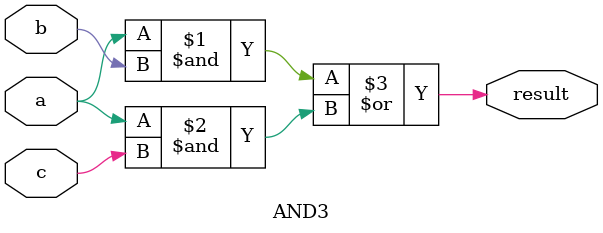
<source format=sv>
`timescale 1ns / 1ps
module AND3(input logic a, b, c,
            output logic result);
            
    assign result = (a & b) | (a & c);            
endmodule

</source>
